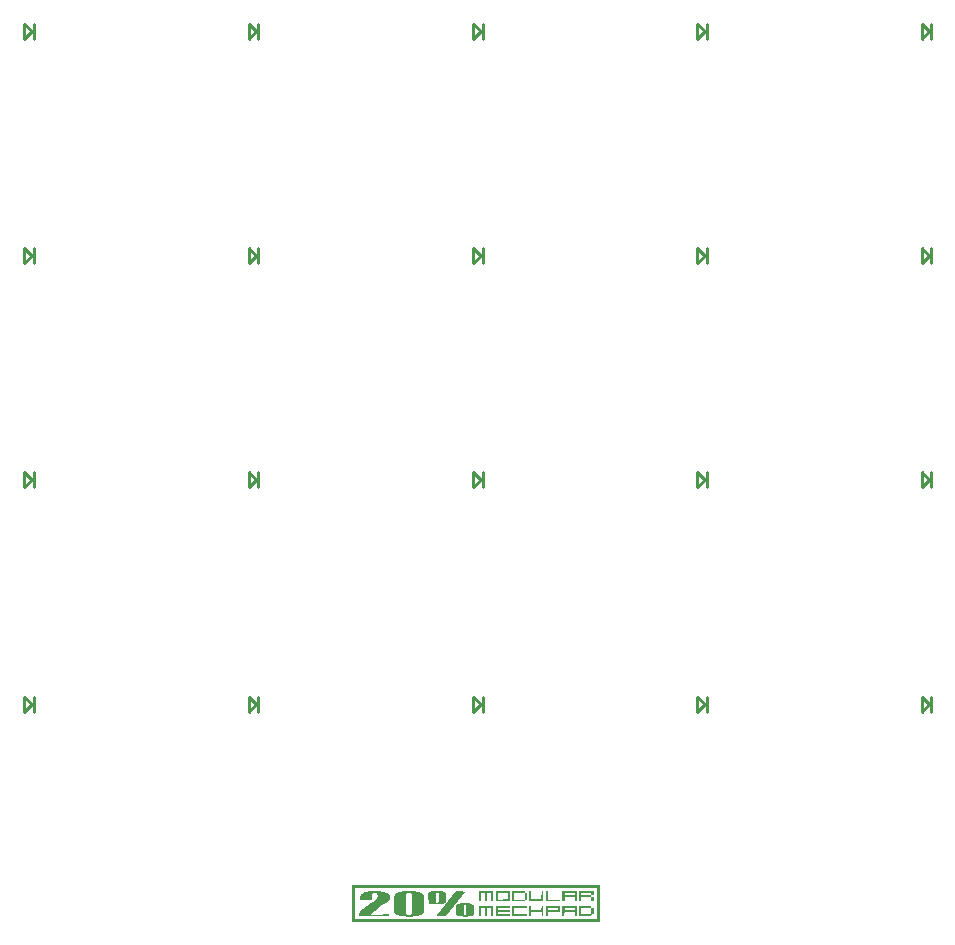
<source format=gto>
G04 Layer: TopSilkscreenLayer*
G04 EasyEDA v6.5.9, 2022-07-27 19:44:39*
G04 76ed2510ce1c47f1be3c58ea14bf5d85,facc937cdf584d0a9360c289f8e84b41,10*
G04 Gerber Generator version 0.2*
G04 Scale: 100 percent, Rotated: No, Reflected: No *
G04 Dimensions in millimeters *
G04 leading zeros omitted , absolute positions ,4 integer and 5 decimal *
%FSLAX45Y45*%
%MOMM*%

%ADD10C,0.2540*%

%LPD*%
G36*
X-6031992Y-8104784D02*
G01*
X-6031992Y-8132216D01*
X-3959351Y-8132216D01*
X-3959351Y-8397798D01*
X-6007354Y-8397798D01*
X-6007354Y-8132216D01*
X-6031992Y-8132216D01*
X-6031992Y-8425180D01*
X-3933342Y-8423757D01*
X-3933342Y-8106206D01*
G37*
G36*
X-4961432Y-8159597D02*
G01*
X-4961432Y-8247176D01*
X-4942281Y-8247176D01*
X-4942281Y-8176006D01*
X-4909413Y-8176006D01*
X-4909413Y-8247176D01*
X-4890414Y-8247176D01*
X-4888890Y-8177377D01*
X-4854651Y-8175752D01*
X-4854651Y-8247176D01*
X-4838242Y-8247176D01*
X-4838242Y-8159597D01*
G37*
G36*
X-4819091Y-8159597D02*
G01*
X-4819091Y-8175853D01*
X-4799939Y-8175853D01*
X-4713681Y-8177377D01*
X-4713681Y-8229396D01*
X-4799939Y-8230920D01*
X-4799939Y-8175853D01*
X-4819091Y-8175853D01*
X-4819091Y-8247176D01*
X-4695850Y-8247176D01*
X-4695850Y-8159597D01*
G37*
G36*
X-4634636Y-8159597D02*
G01*
X-4667758Y-8160359D01*
X-4676190Y-8161020D01*
X-4677613Y-8161375D01*
X-4677968Y-8162645D01*
X-4678629Y-8169605D01*
X-4678959Y-8175853D01*
X-4660290Y-8175853D01*
X-4574032Y-8177377D01*
X-4572457Y-8230768D01*
X-4660290Y-8230768D01*
X-4660290Y-8175853D01*
X-4678959Y-8175853D01*
X-4679442Y-8205216D01*
X-4679442Y-8247176D01*
X-4572660Y-8247176D01*
X-4572660Y-8238998D01*
X-4572406Y-8234629D01*
X-4571288Y-8232140D01*
X-4568799Y-8231022D01*
X-4564430Y-8230768D01*
X-4556252Y-8230768D01*
X-4556252Y-8176006D01*
X-4564430Y-8176006D01*
X-4568799Y-8175752D01*
X-4571288Y-8174634D01*
X-4572406Y-8172145D01*
X-4572660Y-8167776D01*
X-4572660Y-8159597D01*
G37*
G36*
X-4537049Y-8159597D02*
G01*
X-4537049Y-8247176D01*
X-4413859Y-8247176D01*
X-4413859Y-8159597D01*
X-4430115Y-8159597D01*
X-4431639Y-8229396D01*
X-4519269Y-8229396D01*
X-4520793Y-8159597D01*
G37*
G36*
X-4394708Y-8159597D02*
G01*
X-4394708Y-8247176D01*
X-4271518Y-8247176D01*
X-4271518Y-8230768D01*
X-4378299Y-8230768D01*
X-4378299Y-8159597D01*
G37*
G36*
X-4255058Y-8159597D02*
G01*
X-4255058Y-8175853D01*
X-4235907Y-8175853D01*
X-4149648Y-8177377D01*
X-4147921Y-8195157D01*
X-4235907Y-8195157D01*
X-4235907Y-8175853D01*
X-4255058Y-8175853D01*
X-4255058Y-8247176D01*
X-4235907Y-8247176D01*
X-4235907Y-8211616D01*
X-4148277Y-8211616D01*
X-4148277Y-8247176D01*
X-4131868Y-8247176D01*
X-4131868Y-8159597D01*
G37*
G36*
X-4112717Y-8159597D02*
G01*
X-4112717Y-8195157D01*
X-4096258Y-8195157D01*
X-4096105Y-8184235D01*
X-4095750Y-8181390D01*
X-4095140Y-8179155D01*
X-4094429Y-8177834D01*
X-4093210Y-8177479D01*
X-4086250Y-8176818D01*
X-4074363Y-8176310D01*
X-4059123Y-8176056D01*
X-4008628Y-8176006D01*
X-4008628Y-8195157D01*
X-4112717Y-8195157D01*
X-4112717Y-8247176D01*
X-4096258Y-8247176D01*
X-4096258Y-8211616D01*
X-4008628Y-8211616D01*
X-4008628Y-8247176D01*
X-3989476Y-8247176D01*
X-3989476Y-8211921D01*
X-3998366Y-8211108D01*
X-4002938Y-8210346D01*
X-4005783Y-8208975D01*
X-4007358Y-8206536D01*
X-4008170Y-8202675D01*
X-4008374Y-8198561D01*
X-4007408Y-8196325D01*
X-4004564Y-8195360D01*
X-3999229Y-8195157D01*
X-3989476Y-8195157D01*
X-3989476Y-8159597D01*
G37*
G36*
X-5865317Y-8160308D02*
G01*
X-5878118Y-8160512D01*
X-5888990Y-8160969D01*
X-5900572Y-8162188D01*
X-5909056Y-8163915D01*
X-5916930Y-8165896D01*
X-5924245Y-8168182D01*
X-5930950Y-8170672D01*
X-5937097Y-8173415D01*
X-5942685Y-8176463D01*
X-5947714Y-8179816D01*
X-5952236Y-8183422D01*
X-5956147Y-8187283D01*
X-5959551Y-8191500D01*
X-5962396Y-8195970D01*
X-5964732Y-8200796D01*
X-5966561Y-8205927D01*
X-5967831Y-8211362D01*
X-5968644Y-8217103D01*
X-5968949Y-8223250D01*
X-5969000Y-8230768D01*
X-5864961Y-8230768D01*
X-5864809Y-8203285D01*
X-5864301Y-8196275D01*
X-5863336Y-8190484D01*
X-5861913Y-8185759D01*
X-5859932Y-8181949D01*
X-5857290Y-8178952D01*
X-5853988Y-8176463D01*
X-5849924Y-8174431D01*
X-5843320Y-8172399D01*
X-5837275Y-8171840D01*
X-5831840Y-8172805D01*
X-5827166Y-8175142D01*
X-5823356Y-8178850D01*
X-5820511Y-8183778D01*
X-5818632Y-8189925D01*
X-5817920Y-8197189D01*
X-5818022Y-8200796D01*
X-5819089Y-8207705D01*
X-5820105Y-8211058D01*
X-5821527Y-8214461D01*
X-5823254Y-8217814D01*
X-5825439Y-8221218D01*
X-5828030Y-8224672D01*
X-5831027Y-8228177D01*
X-5834532Y-8231784D01*
X-5838545Y-8235492D01*
X-5848096Y-8243316D01*
X-5859881Y-8251850D01*
X-5874054Y-8261299D01*
X-5890818Y-8271814D01*
X-5908243Y-8282381D01*
X-5922721Y-8291728D01*
X-5935167Y-8300516D01*
X-5945682Y-8309000D01*
X-5950254Y-8313115D01*
X-5954369Y-8317179D01*
X-5958078Y-8321192D01*
X-5961329Y-8325205D01*
X-5964224Y-8329218D01*
X-5966764Y-8333231D01*
X-5968847Y-8337245D01*
X-5970625Y-8341359D01*
X-5972048Y-8345474D01*
X-5973114Y-8349691D01*
X-5973876Y-8353958D01*
X-5974334Y-8358378D01*
X-5974486Y-8373109D01*
X-5719876Y-8373109D01*
X-5719876Y-8355330D01*
X-5824677Y-8358530D01*
X-5855512Y-8359038D01*
X-5871311Y-8358784D01*
X-5872226Y-8358581D01*
X-5872632Y-8357006D01*
X-5871921Y-8354466D01*
X-5870244Y-8351215D01*
X-5867704Y-8347354D01*
X-5864504Y-8343188D01*
X-5860694Y-8338870D01*
X-5856528Y-8334654D01*
X-5852109Y-8330692D01*
X-5844438Y-8324748D01*
X-5817311Y-8305495D01*
X-5781751Y-8281212D01*
X-5765088Y-8269427D01*
X-5751017Y-8259013D01*
X-5739485Y-8249767D01*
X-5730189Y-8241588D01*
X-5723026Y-8234222D01*
X-5720181Y-8230819D01*
X-5715812Y-8224367D01*
X-5714238Y-8221319D01*
X-5713069Y-8218322D01*
X-5712256Y-8215426D01*
X-5711799Y-8212531D01*
X-5711647Y-8209686D01*
X-5711952Y-8204708D01*
X-5712917Y-8200034D01*
X-5714542Y-8195564D01*
X-5716778Y-8191398D01*
X-5719724Y-8187486D01*
X-5723331Y-8183778D01*
X-5727598Y-8180324D01*
X-5732576Y-8177123D01*
X-5738266Y-8174126D01*
X-5744616Y-8171332D01*
X-5751728Y-8168741D01*
X-5762294Y-8165693D01*
X-5770067Y-8164474D01*
X-5780379Y-8163407D01*
X-5792774Y-8162442D01*
X-5821324Y-8161020D01*
G37*
G36*
X-5318658Y-8160359D02*
G01*
X-5336286Y-8160562D01*
X-5350916Y-8161172D01*
X-5360974Y-8162086D01*
X-5363819Y-8162645D01*
X-5368137Y-8164169D01*
X-5372811Y-8166303D01*
X-5377281Y-8168640D01*
X-5381040Y-8170976D01*
X-5388711Y-8176463D01*
X-5388077Y-8209838D01*
X-5325618Y-8209838D01*
X-5325414Y-8194852D01*
X-5325110Y-8188502D01*
X-5324602Y-8183270D01*
X-5323890Y-8179562D01*
X-5319979Y-8174228D01*
X-5313222Y-8171891D01*
X-5305907Y-8172754D01*
X-5300319Y-8177072D01*
X-5299913Y-8178393D01*
X-5299202Y-8184743D01*
X-5298643Y-8195005D01*
X-5298287Y-8207959D01*
X-5298389Y-8233968D01*
X-5298694Y-8240420D01*
X-5299151Y-8245246D01*
X-5299811Y-8248853D01*
X-5300827Y-8251545D01*
X-5302148Y-8253679D01*
X-5303875Y-8255558D01*
X-5309057Y-8259318D01*
X-5313934Y-8260080D01*
X-5318302Y-8257844D01*
X-5322062Y-8252663D01*
X-5322925Y-8249920D01*
X-5324297Y-8239861D01*
X-5325211Y-8225688D01*
X-5325618Y-8209838D01*
X-5388077Y-8209838D01*
X-5387187Y-8256676D01*
X-5370779Y-8265769D01*
X-5366918Y-8267446D01*
X-5362702Y-8268665D01*
X-5357469Y-8269528D01*
X-5350560Y-8270036D01*
X-5341315Y-8270341D01*
X-5298033Y-8270443D01*
X-5276850Y-8270036D01*
X-5269788Y-8269528D01*
X-5264454Y-8268766D01*
X-5260136Y-8267700D01*
X-5256428Y-8266277D01*
X-5252720Y-8264398D01*
X-5248198Y-8261705D01*
X-5244236Y-8258860D01*
X-5241239Y-8256117D01*
X-5239715Y-8253933D01*
X-5239207Y-8251291D01*
X-5238750Y-8246668D01*
X-5238191Y-8232800D01*
X-5238038Y-8215680D01*
X-5238191Y-8198561D01*
X-5238750Y-8184743D01*
X-5239207Y-8180070D01*
X-5239715Y-8177479D01*
X-5241239Y-8175294D01*
X-5244236Y-8172602D01*
X-5248198Y-8169757D01*
X-5252720Y-8167065D01*
X-5256377Y-8165287D01*
X-5260086Y-8163864D01*
X-5264353Y-8162798D01*
X-5269585Y-8161985D01*
X-5284724Y-8160969D01*
G37*
G36*
X-5575604Y-8160562D02*
G01*
X-5591911Y-8160664D01*
X-5604865Y-8161172D01*
X-5621477Y-8164525D01*
X-5636107Y-8168487D01*
X-5642711Y-8170672D01*
X-5648756Y-8172958D01*
X-5654294Y-8175447D01*
X-5659374Y-8178038D01*
X-5663895Y-8180781D01*
X-5667908Y-8183625D01*
X-5671362Y-8186623D01*
X-5674360Y-8189772D01*
X-5681522Y-8198307D01*
X-5681522Y-8338362D01*
X-5667107Y-8351723D01*
X-5576112Y-8351723D01*
X-5575909Y-8214309D01*
X-5575554Y-8201558D01*
X-5575046Y-8192566D01*
X-5574284Y-8186572D01*
X-5573268Y-8182711D01*
X-5571896Y-8180171D01*
X-5568594Y-8176920D01*
X-5565749Y-8174888D01*
X-5562752Y-8173313D01*
X-5560110Y-8172399D01*
X-5552592Y-8170875D01*
X-5551271Y-8170976D01*
X-5545734Y-8172399D01*
X-5542229Y-8173567D01*
X-5538673Y-8175142D01*
X-5535320Y-8177174D01*
X-5532628Y-8179409D01*
X-5530900Y-8181594D01*
X-5530494Y-8182965D01*
X-5529783Y-8189569D01*
X-5528716Y-8215934D01*
X-5528208Y-8256016D01*
X-5528208Y-8348725D01*
X-5534914Y-8355482D01*
X-5538470Y-8358276D01*
X-5542584Y-8360359D01*
X-5547106Y-8361680D01*
X-5551881Y-8362238D01*
X-5556707Y-8362086D01*
X-5561431Y-8361121D01*
X-5565800Y-8359444D01*
X-5569661Y-8356955D01*
X-5576112Y-8351723D01*
X-5667107Y-8351723D01*
X-5661710Y-8355533D01*
X-5654090Y-8359597D01*
X-5649874Y-8361476D01*
X-5640425Y-8364778D01*
X-5629605Y-8367674D01*
X-5617362Y-8370112D01*
X-5603544Y-8372144D01*
X-5588101Y-8373770D01*
X-5572912Y-8374837D01*
X-5557774Y-8375345D01*
X-5542838Y-8375345D01*
X-5528208Y-8374735D01*
X-5513984Y-8373618D01*
X-5500370Y-8372043D01*
X-5487466Y-8369960D01*
X-5475427Y-8367420D01*
X-5464403Y-8364474D01*
X-5454446Y-8361070D01*
X-5445810Y-8357260D01*
X-5442000Y-8355228D01*
X-5435701Y-8351113D01*
X-5431028Y-8347100D01*
X-5429097Y-8344916D01*
X-5427472Y-8342375D01*
X-5426100Y-8339480D01*
X-5424932Y-8336076D01*
X-5423966Y-8332012D01*
X-5423204Y-8327339D01*
X-5422595Y-8321802D01*
X-5421833Y-8307831D01*
X-5421528Y-8289442D01*
X-5421528Y-8229244D01*
X-5421934Y-8214359D01*
X-5422747Y-8204809D01*
X-5423357Y-8201456D01*
X-5424119Y-8198764D01*
X-5426202Y-8194446D01*
X-5427573Y-8192312D01*
X-5430977Y-8188248D01*
X-5435549Y-8184032D01*
X-5440781Y-8180070D01*
X-5446064Y-8176920D01*
X-5454954Y-8172703D01*
X-5463794Y-8169300D01*
X-5473039Y-8166608D01*
X-5477967Y-8165490D01*
X-5488889Y-8163712D01*
X-5501589Y-8162442D01*
X-5516575Y-8161578D01*
X-5534456Y-8161020D01*
G37*
G36*
X-5152898Y-8162290D02*
G01*
X-5311343Y-8362543D01*
X-5315762Y-8368639D01*
X-5317388Y-8371331D01*
X-5316626Y-8371687D01*
X-5310886Y-8372348D01*
X-5300573Y-8372805D01*
X-5287010Y-8373109D01*
X-5241340Y-8373109D01*
X-5103368Y-8198866D01*
X-5085638Y-8176107D01*
X-5076444Y-8163712D01*
X-5077206Y-8163407D01*
X-5082997Y-8162899D01*
X-5106974Y-8162340D01*
G37*
G36*
X-5088128Y-8261756D02*
G01*
X-5102758Y-8262061D01*
X-5114645Y-8262721D01*
X-5122113Y-8263585D01*
X-5133340Y-8266734D01*
X-5142534Y-8270849D01*
X-5149138Y-8275675D01*
X-5152593Y-8280857D01*
X-5152999Y-8282787D01*
X-5153558Y-8290407D01*
X-5153863Y-8301837D01*
X-5153735Y-8319414D01*
X-5090160Y-8319414D01*
X-5089652Y-8292541D01*
X-5089093Y-8283346D01*
X-5088432Y-8278774D01*
X-5087112Y-8276742D01*
X-5084826Y-8275472D01*
X-5081473Y-8274964D01*
X-5076799Y-8275116D01*
X-5066842Y-8275929D01*
X-5065928Y-8329218D01*
X-5066030Y-8340140D01*
X-5066487Y-8348421D01*
X-5067401Y-8354314D01*
X-5068925Y-8358327D01*
X-5071059Y-8360714D01*
X-5073904Y-8361883D01*
X-5077612Y-8362188D01*
X-5081371Y-8361883D01*
X-5084267Y-8360867D01*
X-5086502Y-8358682D01*
X-5088077Y-8355075D01*
X-5089144Y-8349691D01*
X-5089753Y-8342172D01*
X-5090160Y-8319414D01*
X-5153735Y-8319414D01*
X-5152694Y-8359241D01*
X-5143703Y-8364778D01*
X-5140147Y-8366658D01*
X-5135727Y-8368385D01*
X-5130546Y-8369960D01*
X-5124704Y-8371331D01*
X-5118252Y-8372500D01*
X-5103774Y-8374278D01*
X-5087721Y-8375192D01*
X-5079288Y-8375345D01*
X-5061915Y-8374888D01*
X-5050536Y-8374024D01*
X-5040325Y-8372754D01*
X-5031384Y-8371128D01*
X-5023713Y-8369096D01*
X-5017262Y-8366658D01*
X-5012080Y-8363864D01*
X-5008118Y-8360714D01*
X-5005476Y-8357158D01*
X-5004866Y-8355330D01*
X-5003800Y-8348421D01*
X-5003038Y-8338007D01*
X-5002580Y-8325256D01*
X-5002580Y-8311489D01*
X-5003038Y-8298738D01*
X-5003800Y-8288324D01*
X-5004866Y-8281416D01*
X-5005476Y-8279587D01*
X-5007660Y-8276996D01*
X-5011369Y-8273999D01*
X-5016042Y-8270951D01*
X-5021224Y-8268258D01*
X-5025186Y-8266633D01*
X-5029200Y-8265312D01*
X-5033619Y-8264245D01*
X-5038750Y-8263432D01*
X-5044846Y-8262823D01*
X-5061356Y-8262061D01*
G37*
G36*
X-4961585Y-8285530D02*
G01*
X-4960061Y-8371789D01*
X-4942281Y-8373465D01*
X-4942281Y-8301939D01*
X-4909616Y-8301939D01*
X-4908042Y-8371789D01*
X-4890262Y-8373465D01*
X-4890262Y-8301939D01*
X-4854651Y-8301939D01*
X-4854651Y-8373109D01*
X-4838242Y-8373109D01*
X-4838242Y-8285530D01*
G37*
G36*
X-4819091Y-8285530D02*
G01*
X-4819091Y-8373109D01*
X-4695850Y-8373109D01*
X-4695850Y-8353958D01*
X-4799939Y-8353958D01*
X-4799939Y-8337550D01*
X-4695850Y-8337550D01*
X-4695850Y-8321090D01*
X-4799939Y-8321090D01*
X-4799939Y-8301939D01*
X-4695850Y-8301939D01*
X-4695850Y-8285530D01*
G37*
G36*
X-4679594Y-8285530D02*
G01*
X-4678070Y-8371789D01*
X-4556252Y-8373262D01*
X-4556252Y-8353958D01*
X-4660290Y-8353958D01*
X-4660290Y-8301939D01*
X-4556252Y-8301939D01*
X-4556252Y-8285530D01*
G37*
G36*
X-4537049Y-8285530D02*
G01*
X-4537049Y-8373109D01*
X-4520641Y-8373109D01*
X-4520641Y-8337550D01*
X-4430318Y-8337550D01*
X-4430318Y-8373109D01*
X-4413859Y-8373109D01*
X-4413859Y-8285530D01*
X-4421936Y-8285530D01*
X-4426610Y-8285784D01*
X-4429099Y-8287715D01*
X-4430268Y-8292795D01*
X-4431639Y-8319719D01*
X-4519269Y-8319719D01*
X-4520692Y-8292795D01*
X-4521860Y-8287715D01*
X-4524349Y-8285784D01*
X-4528972Y-8285530D01*
G37*
G36*
X-4394708Y-8285530D02*
G01*
X-4394708Y-8301939D01*
X-4290669Y-8301939D01*
X-4290669Y-8321090D01*
X-4378299Y-8321090D01*
X-4378299Y-8301939D01*
X-4394708Y-8301939D01*
X-4394708Y-8373109D01*
X-4378299Y-8373109D01*
X-4378299Y-8337550D01*
X-4271518Y-8337550D01*
X-4271518Y-8285530D01*
G37*
G36*
X-4255211Y-8285530D02*
G01*
X-4254921Y-8301939D01*
X-4147921Y-8301939D01*
X-4149648Y-8319719D01*
X-4235907Y-8321243D01*
X-4235907Y-8301939D01*
X-4254921Y-8301939D01*
X-4253687Y-8371789D01*
X-4245508Y-8371789D01*
X-4240733Y-8371484D01*
X-4238193Y-8369604D01*
X-4237075Y-8364524D01*
X-4235653Y-8337550D01*
X-4148277Y-8337550D01*
X-4148277Y-8373109D01*
X-4131868Y-8373109D01*
X-4131868Y-8285530D01*
G37*
G36*
X-4112717Y-8285530D02*
G01*
X-4112717Y-8301939D01*
X-4008628Y-8301939D01*
X-4008628Y-8353958D01*
X-4096258Y-8353958D01*
X-4096258Y-8301939D01*
X-4112717Y-8301939D01*
X-4112717Y-8373109D01*
X-4008983Y-8373109D01*
X-4008120Y-8364220D01*
X-4007408Y-8359495D01*
X-4005935Y-8356701D01*
X-4003090Y-8355228D01*
X-3998366Y-8354466D01*
X-3989476Y-8353602D01*
X-3989476Y-8301939D01*
X-3999077Y-8301939D01*
X-4004310Y-8301736D01*
X-4007154Y-8300669D01*
X-4008374Y-8298230D01*
X-4008628Y-8293709D01*
X-4008628Y-8285530D01*
G37*
D10*
X-8808984Y-814999D02*
G01*
X-8808984Y-941999D01*
X-8728984Y-814999D02*
G01*
X-8728984Y-941999D01*
X-8808984Y-814999D02*
G01*
X-8745484Y-878499D01*
X-8808984Y-941999D01*
X-3109996Y-814994D02*
G01*
X-3109996Y-941994D01*
X-3029996Y-814994D02*
G01*
X-3029996Y-941994D01*
X-3109996Y-814994D02*
G01*
X-3046496Y-878494D01*
X-3109996Y-941994D01*
X-1210000Y-814997D02*
G01*
X-1210000Y-941997D01*
X-1130000Y-814997D02*
G01*
X-1130000Y-941997D01*
X-1210000Y-814997D02*
G01*
X-1146500Y-878497D01*
X-1210000Y-941997D01*
X-1210000Y-2714993D02*
G01*
X-1210000Y-2841993D01*
X-1130000Y-2714993D02*
G01*
X-1130000Y-2841993D01*
X-1210000Y-2714993D02*
G01*
X-1146500Y-2778493D01*
X-1210000Y-2841993D01*
X-3109996Y-2714993D02*
G01*
X-3109996Y-2841993D01*
X-3029996Y-2714993D02*
G01*
X-3029996Y-2841993D01*
X-3109996Y-2714993D02*
G01*
X-3046496Y-2778493D01*
X-3109996Y-2841993D01*
X-5009992Y-2714993D02*
G01*
X-5009992Y-2841993D01*
X-4929992Y-2714993D02*
G01*
X-4929992Y-2841993D01*
X-5009992Y-2714993D02*
G01*
X-4946492Y-2778493D01*
X-5009992Y-2841993D01*
X-6909988Y-2714993D02*
G01*
X-6909988Y-2841993D01*
X-6829988Y-2714993D02*
G01*
X-6829988Y-2841993D01*
X-6909988Y-2714993D02*
G01*
X-6846488Y-2778493D01*
X-6909988Y-2841993D01*
X-8809984Y-2714993D02*
G01*
X-8809984Y-2841993D01*
X-8729985Y-2714993D02*
G01*
X-8729985Y-2841993D01*
X-8809984Y-2714993D02*
G01*
X-8746484Y-2778493D01*
X-8809984Y-2841993D01*
X-1210000Y-4614989D02*
G01*
X-1210000Y-4741989D01*
X-1130000Y-4614989D02*
G01*
X-1130000Y-4741989D01*
X-1210000Y-4614989D02*
G01*
X-1146500Y-4678489D01*
X-1210000Y-4741989D01*
X-3109996Y-4614989D02*
G01*
X-3109996Y-4741989D01*
X-3029996Y-4614989D02*
G01*
X-3029996Y-4741989D01*
X-3109996Y-4614989D02*
G01*
X-3046496Y-4678489D01*
X-3109996Y-4741989D01*
X-5009992Y-4614989D02*
G01*
X-5009992Y-4741989D01*
X-4929992Y-4614989D02*
G01*
X-4929992Y-4741989D01*
X-5009992Y-4614989D02*
G01*
X-4946492Y-4678489D01*
X-5009992Y-4741989D01*
X-6909988Y-4614989D02*
G01*
X-6909988Y-4741989D01*
X-6829988Y-4614989D02*
G01*
X-6829988Y-4741989D01*
X-6909988Y-4614989D02*
G01*
X-6846488Y-4678489D01*
X-6909988Y-4741989D01*
X-8809984Y-4614989D02*
G01*
X-8809984Y-4741989D01*
X-8729985Y-4614989D02*
G01*
X-8729985Y-4741989D01*
X-8809984Y-4614989D02*
G01*
X-8746484Y-4678489D01*
X-8809984Y-4741989D01*
X-1210000Y-6514985D02*
G01*
X-1210000Y-6641985D01*
X-1130000Y-6514985D02*
G01*
X-1130000Y-6641985D01*
X-1210000Y-6514985D02*
G01*
X-1146500Y-6578485D01*
X-1210000Y-6641985D01*
X-3109996Y-6514985D02*
G01*
X-3109996Y-6641985D01*
X-3029996Y-6514985D02*
G01*
X-3029996Y-6641985D01*
X-3109996Y-6514985D02*
G01*
X-3046496Y-6578485D01*
X-3109996Y-6641985D01*
X-5009992Y-6514985D02*
G01*
X-5009992Y-6641985D01*
X-4929992Y-6514985D02*
G01*
X-4929992Y-6641985D01*
X-5009992Y-6514985D02*
G01*
X-4946492Y-6578485D01*
X-5009992Y-6641985D01*
X-6909988Y-6514985D02*
G01*
X-6909988Y-6641985D01*
X-6829988Y-6514985D02*
G01*
X-6829988Y-6641985D01*
X-6909988Y-6514985D02*
G01*
X-6846488Y-6578485D01*
X-6909988Y-6641985D01*
X-8809984Y-6514985D02*
G01*
X-8809984Y-6641985D01*
X-8729985Y-6514985D02*
G01*
X-8729985Y-6641985D01*
X-8809984Y-6514985D02*
G01*
X-8746484Y-6578485D01*
X-8809984Y-6641985D01*
X-5009992Y-814997D02*
G01*
X-5009992Y-941997D01*
X-4929992Y-814997D02*
G01*
X-4929992Y-941997D01*
X-5009992Y-814997D02*
G01*
X-4946492Y-878497D01*
X-5009992Y-941997D01*
X-6909988Y-814997D02*
G01*
X-6909988Y-941997D01*
X-6829988Y-814997D02*
G01*
X-6829988Y-941997D01*
X-6909988Y-814997D02*
G01*
X-6846488Y-878497D01*
X-6909988Y-941997D01*
M02*

</source>
